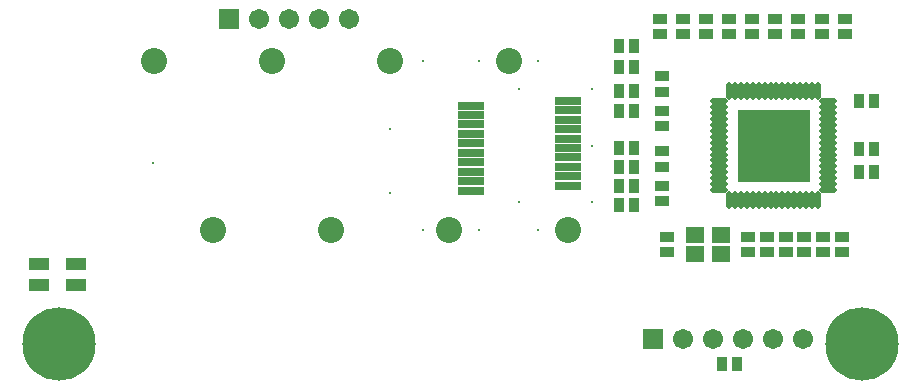
<source format=gts>
%FSTAX23Y23*%
%MOIN*%
%SFA1B1*%

%IPPOS*%
%ADD23R,0.086740X0.027685*%
%ADD24R,0.035559X0.045401*%
%ADD25R,0.067055X0.043433*%
%ADD26O,0.017842X0.059181*%
%ADD27O,0.059181X0.017842*%
%ADD28R,0.244220X0.244220*%
%ADD29R,0.045401X0.035559*%
%ADD30R,0.063118X0.055244*%
%ADD31C,0.008000*%
%ADD32C,0.086740*%
%ADD33R,0.067055X0.067055*%
%ADD34C,0.067055*%
%ADD35C,0.244220*%
%ADD36C,0.027685*%
%LNboard-1*%
%LPD*%
G54D23*
X04039Y04979D03*
Y04947D03*
Y04916D03*
Y04884D03*
Y04853D03*
X03716Y04679D03*
Y04711D03*
Y04742D03*
Y04774D03*
Y04805D03*
Y04837D03*
Y04868D03*
Y049D03*
Y04931D03*
X04039Y04821D03*
Y0479D03*
Y04758D03*
Y04727D03*
Y04695D03*
X03716Y04963D03*
G54D24*
X04604Y041D03*
X04552D03*
X04261Y04633D03*
X0421D03*
X04261Y04695D03*
X0421D03*
X04261Y04758D03*
X0421D03*
X04261Y04821D03*
X0421D03*
X04209Y0516D03*
X0426D03*
Y0509D03*
X04209D03*
X04261Y0501D03*
X0421D03*
X04261Y04946D03*
X0421D03*
X05009Y0474D03*
X0506D03*
X05009Y04819D03*
X0506D03*
X05009Y04977D03*
X0506D03*
G54D25*
X02278Y04364D03*
Y04435D03*
X024Y04364D03*
Y04435D03*
G54D26*
X04578Y04648D03*
X04598D03*
X04617D03*
X04637D03*
X04657D03*
X04676D03*
X04696D03*
X04716D03*
X04735D03*
X04755D03*
X04775D03*
X04795D03*
X04814D03*
X04834D03*
X04854D03*
X04873D03*
Y0501D03*
X04854D03*
X04834D03*
X04814D03*
X04795D03*
X04775D03*
X04755D03*
X04735D03*
X04716D03*
X04696D03*
X04676D03*
X04657D03*
X04637D03*
X04617D03*
X04598D03*
X04578D03*
G54D27*
X04907Y04681D03*
Y04701D03*
Y04721D03*
Y0474D03*
Y0476D03*
Y0478D03*
Y04799D03*
Y04819D03*
Y04839D03*
Y04859D03*
Y04878D03*
Y04898D03*
Y04918D03*
Y04937D03*
Y04957D03*
Y04977D03*
X04545D03*
Y04957D03*
Y04937D03*
Y04918D03*
Y04898D03*
Y04878D03*
Y04859D03*
Y04839D03*
Y04819D03*
Y04799D03*
Y0478D03*
Y0476D03*
Y0474D03*
Y04721D03*
Y04701D03*
Y04681D03*
G54D28*
X04726Y04829D03*
G54D29*
X04963Y05201D03*
Y05252D03*
X04886Y05201D03*
Y05252D03*
X04808Y05201D03*
Y05252D03*
X04731D03*
Y05201D03*
X04654D03*
Y05252D03*
X04577D03*
Y05201D03*
X045D03*
Y05252D03*
X04423Y05201D03*
Y05252D03*
X04346D03*
Y05201D03*
X04371Y04526D03*
Y04475D03*
X04355Y04644D03*
Y04695D03*
Y0481D03*
Y04759D03*
Y0506D03*
Y05009D03*
Y04894D03*
Y04945D03*
X04641Y04475D03*
Y04526D03*
X04704D03*
Y04475D03*
X04766Y04526D03*
Y04475D03*
X04828Y04526D03*
Y04475D03*
X04891Y04526D03*
Y04475D03*
X04953Y04526D03*
Y04475D03*
G54D30*
X0455Y04469D03*
Y04532D03*
X04463Y04469D03*
Y04532D03*
G54D31*
X03877Y0464D03*
Y05018D03*
X0394Y0511D03*
X03743D03*
X03558D03*
X04121Y05018D03*
Y04829D03*
Y0464D03*
X0394Y04548D03*
X03743D03*
X03558D03*
X03448Y04886D03*
Y04673D03*
X02657Y04772D03*
G54D32*
X02661Y0511D03*
X03055D03*
X03448D03*
X03842D03*
X03645Y04548D03*
X04039D03*
X03251D03*
X02858D03*
G54D33*
X0291Y0525D03*
X04325Y04185D03*
G54D34*
X0301Y0525D03*
X0311D03*
X0321D03*
X0331D03*
X04825Y04185D03*
X04725D03*
X04625D03*
X04525D03*
X04425D03*
G54D35*
X02342Y04168D03*
X05019D03*
G54D36*
X04639Y04742D03*
Y04786D03*
Y04829D03*
Y04872D03*
Y04916D03*
X04682Y04742D03*
Y04786D03*
Y04829D03*
Y04872D03*
Y04916D03*
X04726Y04742D03*
Y04786D03*
Y04829D03*
Y04872D03*
Y04916D03*
X04769Y04742D03*
Y04786D03*
Y04829D03*
Y04872D03*
Y04916D03*
X04812Y04742D03*
Y04786D03*
Y04829D03*
Y04872D03*
Y04916D03*
M02*
</source>
